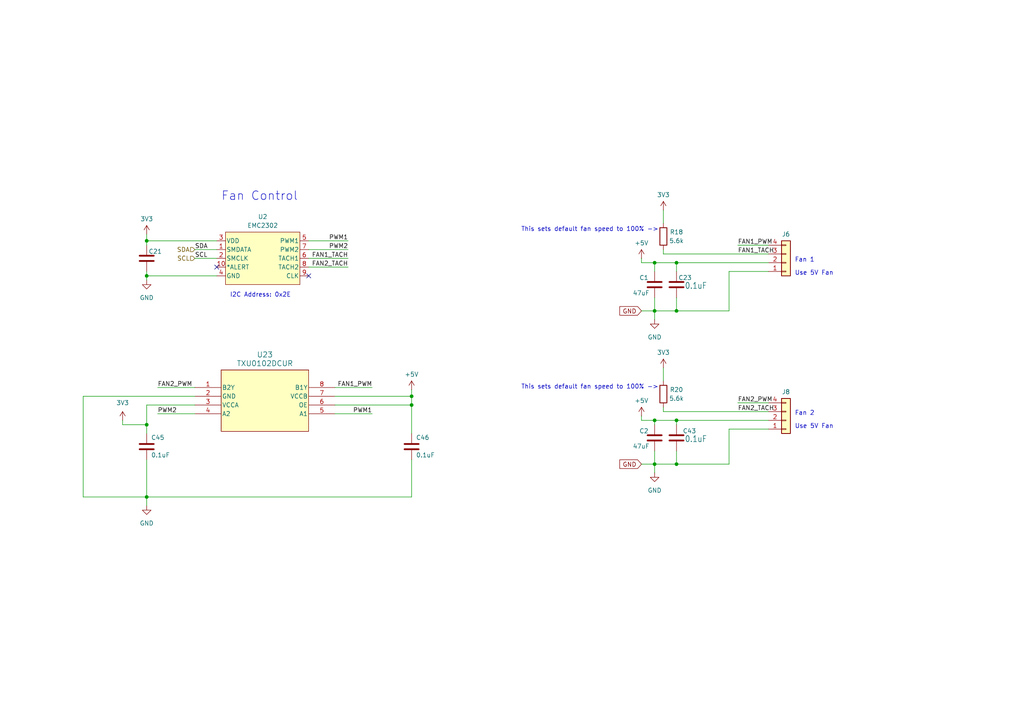
<source format=kicad_sch>
(kicad_sch (version 20231120) (generator "eeschema") (generator_version "8.0")
  (paper "A4")
  (title_block (title "BitForgeNano") (date "2024-06-21") (rev "1.0") (comment 1 "Licensed under CERN-OHL-W version 2"))
  (lib_symbols
    (symbol "+3V3_1" (power) (pin_numbers hide) (pin_names (offset 0) hide)
      (property "Value" "+3V3" (at 0 3.556 0))
      (symbol "+3V3_1_0_1"
        (polyline (pts (xy -0.762 1.27) (xy 0 2.54)))
        (polyline (pts (xy 0 0) (xy 0 2.54)))
        (polyline (pts (xy 0 2.54) (xy 0.762 1.27)))
      )
      (symbol "+3V3_1_1_1"
        (pin power_in line (at 0 0 90) (length 0) (name "~") (number "1"))
      )
    )
    (symbol "+5V_1" (power) (pin_numbers hide) (pin_names (offset 0) hide)
      (property "Value" "+5V" (at 0 3.556 0))
      (symbol "+5V_1_0_1"
        (polyline (pts (xy -0.762 1.27) (xy 0 2.54)))
        (polyline (pts (xy 0 0) (xy 0 2.54)))
        (polyline (pts (xy 0 2.54) (xy 0.762 1.27)))
      )
      (symbol "+5V_1_1_1"
        (pin power_in line (at 0 0 90) (length 0) (name "~") (number "1"))
      )
    )
    (symbol "BitForgeNano:C" (pin_numbers hide) (pin_names (offset 0.254))
      (property "Reference" "C" (at 0.635 2.54 0))
      (property "Value" "C" (at 0.635 -2.54 0))
      (symbol "C_0_1"
        (polyline (pts (xy -2.032 -0.762) (xy 2.032 -0.762)) (stroke (width 0.508)))
        (polyline (pts (xy -2.032 0.762) (xy 2.032 0.762)) (stroke (width 0.508)))
      )
      (symbol "C_1_1"
        (pin passive line (at 0 3.81 270) (length 2.794) (name "~") (number "1"))
        (pin passive line (at 0 -3.81 90) (length 2.794) (name "~") (number "2"))
      )
    )
    (symbol "BitForgeNano:Conn_01x04" (pin_names (offset 1.016) hide)
      (property "Reference" "J" (at 0 5.08 0))
      (property "Value" "Conn_01x04" (at 0 -7.62 0))
      (symbol "Conn_01x04_1_1"
        (rectangle (start -1.27 -4.953) (end 0 -5.207) (stroke (width 0.1524)))
        (rectangle (start -1.27 -2.413) (end 0 -2.667) (stroke (width 0.1524)))
        (rectangle (start -1.27 0.127) (end 0 -0.127) (stroke (width 0.1524)))
        (rectangle (start -1.27 2.667) (end 0 2.413) (stroke (width 0.1524)))
        (rectangle (start -1.27 3.81) (end 1.27 -6.35) (stroke (width 0.254)) (fill (type background)))
        (pin passive line (at -5.08 2.54 0) (length 3.81) (name "Pin_1") (number "1"))
        (pin passive line (at -5.08 0 0) (length 3.81) (name "Pin_2") (number "2"))
        (pin passive line (at -5.08 -2.54 0) (length 3.81) (name "Pin_3") (number "3"))
        (pin passive line (at -5.08 -5.08 0) (length 3.81) (name "Pin_4") (number "4"))
      )
    )
    (symbol "BitForgeNano:EMC2302-2-AIZL-TR" (pin_names (offset 0.254))
      (property "Reference" "U" (at -8.89 8.89 0))
      (property "Value" "EMC2302-2-AIZL-TR" (at 7.62 -8.89 0))
      (symbol "EMC2302-2-AIZL-TR_0_1"
        (pin bidirectional line (at -11.43 2.54 0) (length 2.54) (name "SMDATA") (number "1"))
        (pin output line (at -11.43 -2.54 0) (length 2.54) (name "*ALERT") (number "10"))
        (pin input line (at -11.43 0 0) (length 2.54) (name "SMCLK") (number "2"))
        (pin power_in line (at -11.43 5.08 0) (length 2.54) (name "VDD") (number "3"))
        (pin power_in line (at -11.43 -5.08 0) (length 2.54) (name "GND") (number "4"))
        (pin output line (at 15.24 5.08 180) (length 2.54) (name "PWM1") (number "5"))
        (pin input line (at 15.24 0 180) (length 2.54) (name "TACH1") (number "6"))
        (pin output line (at 15.24 2.54 180) (length 2.54) (name "PWM2") (number "7"))
        (pin input line (at 15.24 -2.54 180) (length 2.54) (name "TACH2") (number "8"))
        (pin bidirectional line (at 15.24 -5.08 180) (length 2.54) (name "CLK") (number "9"))
      )
      (symbol "EMC2302-2-AIZL-TR_1_1"
        (rectangle (start -8.89 7.62) (end 12.7 -7.62) (fill (type background)))
      )
    )
    (symbol "BitForgeNano:GND" (power) (pin_numbers hide) (pin_names (offset 0) hide)
      (property "Value" "GND" (at 0 -3.81 0))
      (symbol "GND_0_1"
        (polyline (pts (xy 0 0) (xy 0 -1.27) (xy 1.27 -1.27) (xy 0 -2.54) (xy -1.27 -1.27) (xy 0 -1.27)))
      )
      (symbol "GND_1_1"
        (pin power_in line (at 0 0 270) (length 0) (name "~") (number "1"))
      )
    )
    (symbol "BitForgeNano:R" (pin_numbers hide) (pin_names (offset 0))
      (property "Reference" "R" (at 2.032 0 90))
      (property "Value" "R" (at 0 0 90))
      (symbol "R_0_1"
        (rectangle (start -1.016 -2.54) (end 1.016 2.54) (stroke (width 0.254)))
      )
      (symbol "R_1_1"
        (pin passive line (at 0 3.81 270) (length 1.27) (name "~") (number "1"))
        (pin passive line (at 0 -3.81 90) (length 1.27) (name "~") (number "2"))
      )
    )
    (symbol "BitForgeNano:TXU0102DCUR" (pin_names (offset 0.254))
      (property "Reference" "U23" (at 20.32 9.525 0))
      (property "Value" "TXU0102DCUR" (at 20.32 6.985 0))
      (symbol "TXU0102DCUR_0_1"
        (polyline (pts (xy 7.62 -12.7) (xy 33.02 -12.7)) (stroke (width 0.127)))
        (polyline (pts (xy 7.62 5.08) (xy 7.62 -12.7)) (stroke (width 0.127)))
        (polyline (pts (xy 33.02 5.08) (xy 7.62 5.08)) (stroke (width 0.127)))
        (pin output line (at 0 0 0) (length 7.62) (name "B2Y") (number "1"))
        (pin power_out line (at 0 -2.54 0) (length 7.62) (name "GND") (number "2"))
        (pin power_in line (at 0 -5.08 0) (length 7.62) (name "VCCA") (number "3"))
        (pin input line (at 0 -7.62 0) (length 7.62) (name "A2") (number "4"))
        (pin input line (at 40.64 -7.62 180) (length 7.62) (name "A1") (number "5"))
        (pin input line (at 40.64 -5.08 180) (length 7.62) (name "OE") (number "6"))
        (pin power_in line (at 40.64 -2.54 180) (length 7.62) (name "VCCB") (number "7"))
        (pin output line (at 40.64 0 180) (length 7.62) (name "B1Y") (number "8"))
      )
      (symbol "TXU0102DCUR_1_1"
        (rectangle (start 7.62 5.08) (end 33.02 -12.7) (fill (type background)))
      )
    )
  )
  (junction (at 119.38 114.935))
  (junction (at 189.865 134.62))
  (junction (at 42.545 123.19))
  (junction (at 119.38 117.475))
  (junction (at 189.865 90.17))
  (junction (at 42.545 144.145))
  (junction (at 196.215 90.17))
  (junction (at 189.865 76.2))
  (junction (at 42.545 69.85))
  (junction (at 196.215 121.92))
  (junction (at 196.215 76.2))
  (junction (at 196.215 134.62))
  (junction (at 189.865 121.92))
  (junction (at 42.545 80.01))
  (no_connect (at 62.865 77.47))
  (no_connect (at 89.535 80.01))
  (wire (pts (xy 42.545 69.85) (xy 42.545 71.12)))
  (wire (pts (xy 186.055 121.92) (xy 189.865 121.92)))
  (wire (pts (xy 213.995 71.12) (xy 222.885 71.12)))
  (wire (pts (xy 211.455 124.46) (xy 211.455 134.62)))
  (wire (pts (xy 56.515 72.39) (xy 62.865 72.39)))
  (wire (pts (xy 192.405 119.38) (xy 222.885 119.38)))
  (wire (pts (xy 45.72 112.395) (xy 56.515 112.395)))
  (wire (pts (xy 196.215 76.2) (xy 196.215 78.74)))
  (wire (pts (xy 189.865 134.62) (xy 189.865 137.16)))
  (wire (pts (xy 196.215 130.81) (xy 196.215 134.62)))
  (wire (pts (xy 189.865 86.36) (xy 189.865 90.17)))
  (wire (pts (xy 42.545 78.74) (xy 42.545 80.01)))
  (wire (pts (xy 89.535 69.85) (xy 100.965 69.85)))
  (wire (pts (xy 56.515 74.93) (xy 62.865 74.93)))
  (wire (pts (xy 189.865 76.2) (xy 196.215 76.2)))
  (wire (pts (xy 211.455 124.46) (xy 222.885 124.46)))
  (wire (pts (xy 35.56 123.19) (xy 42.545 123.19)))
  (wire (pts (xy 189.865 90.17) (xy 196.215 90.17)))
  (wire (pts (xy 213.995 116.84) (xy 222.885 116.84)))
  (wire (pts (xy 186.055 134.62) (xy 189.865 134.62)))
  (wire (pts (xy 56.515 117.475) (xy 42.545 117.475)))
  (wire (pts (xy 42.545 117.475) (xy 42.545 123.19)))
  (wire (pts (xy 192.405 118.11) (xy 192.405 119.38)))
  (wire (pts (xy 196.215 86.36) (xy 196.215 90.17)))
  (wire (pts (xy 97.155 114.935) (xy 119.38 114.935)))
  (wire (pts (xy 189.865 121.92) (xy 196.215 121.92)))
  (wire (pts (xy 186.055 76.2) (xy 189.865 76.2)))
  (wire (pts (xy 42.545 80.01) (xy 42.545 81.28)))
  (wire (pts (xy 89.535 72.39) (xy 100.965 72.39)))
  (wire (pts (xy 42.545 133.35) (xy 42.545 144.145)))
  (wire (pts (xy 97.155 112.395) (xy 107.95 112.395)))
  (wire (pts (xy 119.38 133.35) (xy 119.38 144.145)))
  (wire (pts (xy 56.515 114.935) (xy 24.13 114.935)))
  (wire (pts (xy 42.545 123.19) (xy 42.545 125.73)))
  (wire (pts (xy 196.215 134.62) (xy 211.455 134.62)))
  (wire (pts (xy 192.405 110.49) (xy 192.405 106.68)))
  (wire (pts (xy 97.155 117.475) (xy 119.38 117.475)))
  (wire (pts (xy 189.865 121.92) (xy 189.865 123.19)))
  (wire (pts (xy 189.865 90.17) (xy 189.865 92.71)))
  (wire (pts (xy 186.055 90.17) (xy 189.865 90.17)))
  (wire (pts (xy 35.56 121.92) (xy 35.56 123.19)))
  (wire (pts (xy 119.38 117.475) (xy 119.38 125.73)))
  (wire (pts (xy 42.545 144.145) (xy 42.545 146.685)))
  (wire (pts (xy 119.38 113.03) (xy 119.38 114.935)))
  (wire (pts (xy 196.215 76.2) (xy 222.885 76.2)))
  (wire (pts (xy 97.155 120.015) (xy 107.95 120.015)))
  (wire (pts (xy 186.055 121.92) (xy 186.055 120.65)))
  (wire (pts (xy 24.13 114.935) (xy 24.13 144.145)))
  (wire (pts (xy 189.865 76.2) (xy 189.865 78.74)))
  (wire (pts (xy 42.545 69.85) (xy 62.865 69.85)))
  (wire (pts (xy 196.215 90.17) (xy 211.455 90.17)))
  (wire (pts (xy 119.38 144.145) (xy 42.545 144.145)))
  (wire (pts (xy 186.055 76.2) (xy 186.055 74.93)))
  (wire (pts (xy 211.455 78.74) (xy 211.455 90.17)))
  (wire (pts (xy 196.215 121.92) (xy 196.215 123.19)))
  (wire (pts (xy 42.545 67.945) (xy 42.545 69.85)))
  (wire (pts (xy 189.865 130.81) (xy 189.865 134.62)))
  (wire (pts (xy 89.535 74.93) (xy 100.965 74.93)))
  (wire (pts (xy 42.545 80.01) (xy 62.865 80.01)))
  (wire (pts (xy 196.215 121.92) (xy 222.885 121.92)))
  (wire (pts (xy 192.405 72.39) (xy 192.405 73.66)))
  (wire (pts (xy 45.72 120.015) (xy 56.515 120.015)))
  (wire (pts (xy 192.405 73.66) (xy 222.885 73.66)))
  (wire (pts (xy 89.535 77.47) (xy 100.965 77.47)))
  (wire (pts (xy 192.405 64.77) (xy 192.405 60.96)))
  (wire (pts (xy 42.545 144.145) (xy 24.13 144.145)))
  (wire (pts (xy 211.455 78.74) (xy 222.885 78.74)))
  (wire (pts (xy 189.865 134.62) (xy 196.215 134.62)))
  (wire (pts (xy 119.38 114.935) (xy 119.38 117.475)))
  (text "Fan 1" (at 230.505 76.2 0) (effects (font (size 1.27 1.27)) (justify left bottom)))
  (text "This sets default fan speed to 100% ->" (at 151.13 113.03 0) (effects (font (size 1.27 1.27)) (justify left bottom)))
  (text "This sets default fan speed to 100% ->" (at 151.13 67.31 0) (effects (font (size 1.27 1.27)) (justify left bottom)))
  (text "I2C Address: 0x2E" (at 66.675 86.36 0) (effects (font (size 1.27 1.27)) (justify left bottom)))
  (text "Use 5V Fan" (at 230.505 80.01 0) (effects (font (size 1.27 1.27)) (justify left bottom)))
  (text "Fan 2" (at 230.505 120.65 0) (effects (font (size 1.27 1.27)) (justify left bottom)))
  (text "Fan Control" (at 64.135 58.42 0) (effects (font (size 2.5 2.5)) (justify left bottom)))
  (text "Use 5V Fan" (at 230.505 124.46 0) (effects (font (size 1.27 1.27)) (justify left bottom)))
  (label "SDA" (at 56.515 72.39 0))
  (label "FAN1_PWM" (at 107.95 112.395 180))
  (label "FAN2_PWM" (at 213.995 116.84 0))
  (label "PWM2" (at 45.72 120.015 0))
  (label "FAN1_TACH" (at 100.965 74.93 180))
  (label "FAN2_TACH" (at 100.965 77.47 180))
  (label "SCL" (at 56.515 74.93 0))
  (label "FAN1_TACH" (at 213.995 73.66 0))
  (label "PWM1" (at 107.95 120.015 180))
  (label "PWM2" (at 100.965 72.39 180))
  (label "FAN2_TACH" (at 213.995 119.38 0))
  (label "FAN1_PWM" (at 213.995 71.12 0))
  (label "PWM1" (at 100.965 69.85 180))
  (label "FAN2_PWM" (at 45.72 112.395 0))
  (global_label "GND" (shape input) (at 186.055 90.17 180) (property "Intersheetrefs" "${INTERSHEET_REFS}" (effects (hide yes))))
  (global_label "GND" (shape input) (at 186.055 134.62 180) (property "Intersheetrefs" "${INTERSHEET_REFS}" (effects (hide yes))))
  (hierarchical_label "SDA" (shape input) (at 56.515 72.39 180))
  (hierarchical_label "SCL" (shape input) (at 56.515 74.93 180))
  (symbol (lib_id "BitForgeNano:C") (at 189.865 82.55 0) (unit 1)
    (property "Reference" "C1" (at 185.42 81.28 0) (effects (justify left bottom)))
    (property "Value" "47uF" (at 183.515 85.725 0) (effects (justify left bottom)))
    (property "Footprint" "BitForgeNano:C_1210_3225Metric" (effects (hide yes)))
    (property "Description" "CL32A476KOJNNNE" (effects (hide yes)))
    (property "DK" "1276-3376-1-ND" (effects (hide yes)))
    (property "PARTNO" "CL32A476KOJNNNE" (effects (hide yes)))
  )
  (symbol (lib_id "BitForgeNano:TXU0102DCUR") (at 56.515 112.395 0) (unit 1)
    (property "Reference" "U23" (at 76.835 102.87 0) (effects (font (size 1.524 1.524))))
    (property "Value" "TXU0102DCUR" (at 76.835 105.41 0) (effects (font (size 1.524 1.524))))
    (property "Footprint" "BitForgeNano:VSSOP-8_2.3x2mm_P0.5mm" (effects (hide yes)))
    (property "Datasheet" "TXU0102DCUR" (effects (hide yes)))
    (property "Description" "TXU0102DCUR" (effects (hide yes)))
    (property "DK" "296-TXU0102DCURCT-ND" (effects (hide yes)))
  )
  (symbol (lib_id "BitForgeNano:R") (at 192.405 114.3 180) (unit 1)
    (property "Reference" "R20" (at 196.215 113.03 0))
    (property "Value" "5.6k" (at 196.215 115.57 0))
    (property "Footprint" "BitForgeNano:R_0402_1005Metric" (effects (hide yes)))
    (property "Description" "RC0402FR-135K6L" (effects (hide yes)))
    (property "DK" "13-RC0402FR-135K6LCT-ND" (effects (hide yes)))
    (property "PARTNO" "RC0402FR-135K6L" (effects (hide yes)))
  )
  (symbol (lib_name "+5V_1") (lib_id "power:+5V") (at 186.055 74.93 0) (unit 1)
    (property "Reference" "#PWR034" (effects (hide yes)))
    (property "Value" "+5V" (at 186.055 70.485 0))
    (property "Description" "Power symbol creates a global label with name \"+5V\"" (effects (hide yes)))
  )
  (symbol (lib_id "BitForgeNano:C") (at 196.215 82.55 0) (mirror y) (unit 1)
    (property "Reference" "C23" (at 200.66 81.28 0) (effects (justify left bottom)))
    (property "Value" "0.1uF" (at 205.105 83.82 0) (effects (font (size 1.778 1.5113)) (justify left bottom)))
    (property "Footprint" "BitForgeNano:C_0402_1005Metric" (effects (hide yes)))
    (property "Description" "0402X104K100CT" (effects (hide yes)))
    (property "DK" "1292-1639-1-ND" (effects (hide yes)))
    (property "PARTNO" "KGM05AR71C104KH" (effects (hide yes)))
  )
  (symbol (lib_id "BitForgeNano:GND") (at 42.545 146.685 0) (unit 1)
    (property "Reference" "#PWR043" (effects (hide yes)))
    (property "Value" "GND" (at 42.545 151.765 0))
    (property "Description" "Power symbol creates a global label with name \"GND\" , ground" (effects (hide yes)))
  )
  (symbol (lib_name "+5V_1") (lib_id "power:+5V") (at 119.38 113.03 0) (unit 1)
    (property "Reference" "#PWR040" (effects (hide yes)))
    (property "Value" "+5V" (at 119.38 108.585 0))
    (property "Description" "Power symbol creates a global label with name \"+5V\"" (effects (hide yes)))
  )
  (symbol (lib_id "BitForgeNano:C") (at 119.38 129.54 0) (unit 1)
    (property "Reference" "C46" (at 120.65 127.635 0) (effects (justify left bottom)))
    (property "Value" "0.1uF" (at 120.65 132.715 0) (effects (justify left bottom)))
    (property "Footprint" "BitForgeNano:C_0402_1005Metric" (effects (hide yes)))
    (property "Description" "0402X104K100CT" (effects (hide yes)))
    (property "DK" "1292-1639-1-ND" (effects (hide yes)))
    (property "PARTNO" "0402X104K100CT" (effects (hide yes)))
  )
  (symbol (lib_id "BitForgeNano:GND") (at 189.865 137.16 0) (unit 1)
    (property "Reference" "#PWR042" (effects (hide yes)))
    (property "Value" "GND" (at 189.865 142.24 0))
    (property "Description" "Power symbol creates a global label with name \"GND\" , ground" (effects (hide yes)))
  )
  (symbol (lib_id "BitForgeNano:R") (at 192.405 68.58 180) (unit 1)
    (property "Reference" "R18" (at 196.215 67.31 0))
    (property "Value" "5.6k" (at 196.215 69.85 0))
    (property "Footprint" "BitForgeNano:R_0402_1005Metric" (effects (hide yes)))
    (property "Description" "RC0402FR-135K6L" (effects (hide yes)))
    (property "DK" "13-RC0402FR-135K6LCT-ND" (effects (hide yes)))
    (property "PARTNO" "RC0402FR-135K6L" (effects (hide yes)))
  )
  (symbol (lib_name "+3V3_1") (lib_id "BitForgeNano:+3V3_1") (at 192.405 106.68 0) (unit 1)
    (property "Reference" "#PWR037" (effects (hide yes)))
    (property "Value" "3V3" (at 192.405 102.235 0))
    (property "Description" "Power symbol creates a global label with name \"+3V3\"" (effects (hide yes)))
  )
  (symbol (lib_name "+5V_1") (lib_id "power:+5V") (at 186.055 120.65 0) (unit 1)
    (property "Reference" "#PWR035" (effects (hide yes)))
    (property "Value" "+5V" (at 186.055 116.205 0))
    (property "Description" "Power symbol creates a global label with name \"+5V\"" (effects (hide yes)))
  )
  (symbol (lib_id "BitForgeNano:GND") (at 42.545 81.28 0) (unit 1)
    (property "Reference" "#PWR044" (effects (hide yes)))
    (property "Value" "GND" (at 42.545 86.36 0))
    (property "Description" "Power symbol creates a global label with name \"GND\" , ground" (effects (hide yes)))
  )
  (symbol (lib_id "BitForgeNano:Conn_01x04") (at 227.965 121.92 0) (mirror x) (unit 1)
    (property "Reference" "J8" (at 227.965 113.665 0))
    (property "Value" "Conn_01x04" (effects (hide yes)))
    (property "Footprint" "BitForgeNano:470531000" (effects (hide yes)))
    (property "Description" "0470531000" (effects (hide yes)))
    (property "PARTNO" "0470531000" (effects (hide yes)))
    (property "DK" "WM4330-ND" (effects (hide yes)))
  )
  (symbol (lib_name "+3V3_1") (lib_id "BitForgeNano:+3V3_1") (at 35.56 121.92 0) (unit 1)
    (property "Reference" "#PWR038" (effects (hide yes)))
    (property "Value" "3V3" (at 35.56 116.84 0))
    (property "Description" "Power symbol creates a global label with name \"+3V3\"" (effects (hide yes)))
  )
  (symbol (lib_name "+3V3_1") (lib_id "BitForgeNano:+3V3_1") (at 192.405 60.96 0) (unit 1)
    (property "Reference" "#PWR036" (effects (hide yes)))
    (property "Value" "3V3" (at 192.405 56.515 0))
    (property "Description" "Power symbol creates a global label with name \"+3V3\"" (effects (hide yes)))
  )
  (symbol (lib_id "BitForgeNano:GND") (at 189.865 92.71 0) (unit 1)
    (property "Reference" "#PWR041" (effects (hide yes)))
    (property "Value" "GND" (at 189.865 97.79 0))
    (property "Description" "Power symbol creates a global label with name \"GND\" , ground" (effects (hide yes)))
  )
  (symbol (lib_id "BitForgeNano:EMC2302-2-AIZL-TR") (at 74.295 74.93 0) (unit 1)
    (property "Reference" "U2" (at 76.2 62.865 0))
    (property "Value" "EMC2302" (at 76.2 65.405 0))
    (property "Footprint" "BitForgeNano:MSOP-10_3x3mm_P0.5mm" (effects (hide yes)))
    (property "Datasheet" "https://ww1.microchip.com/downloads/aemDocuments/documents/MSLD/ProductDocuments/DataSheets/EMC2301-2-3-5-Data-Sheet-DS20006532A.pdf" (effects (hide yes)))
    (property "Description" "EMC2302-2-AIZL-TR" (effects (hide yes)))
    (property "DK" "EMC2302-2-AIZL-CT-ND" (effects (hide yes)))
    (property "PARTNO" "EMC2302-2-AIZL-TR" (effects (hide yes)))
  )
  (symbol (lib_name "+3V3_1") (lib_id "BitForgeNano:+3V3_1") (at 42.545 67.945 0) (unit 1)
    (property "Reference" "#PWR039" (effects (hide yes)))
    (property "Value" "3V3" (at 42.545 63.5 0))
    (property "Description" "Power symbol creates a global label with name \"+3V3\"" (effects (hide yes)))
  )
  (symbol (lib_id "BitForgeNano:C") (at 189.865 127 0) (unit 1)
    (property "Reference" "C2" (at 185.42 125.73 0) (effects (justify left bottom)))
    (property "Value" "47uF" (at 183.515 130.175 0) (effects (justify left bottom)))
    (property "Footprint" "BitForgeNano:C_1210_3225Metric" (effects (hide yes)))
    (property "Description" "CL32A476KOJNNNE" (effects (hide yes)))
    (property "DK" "1276-3376-1-ND" (effects (hide yes)))
    (property "PARTNO" "CL32A476KOJNNNE" (effects (hide yes)))
  )
  (symbol (lib_id "BitForgeNano:Conn_01x04") (at 227.965 76.2 0) (mirror x) (unit 1)
    (property "Reference" "J6" (at 227.965 67.945 0))
    (property "Value" "Conn_01x04" (effects (hide yes)))
    (property "Footprint" "BitForgeNano:470531000" (effects (hide yes)))
    (property "Description" "0470531000" (effects (hide yes)))
    (property "PARTNO" "0470531000" (effects (hide yes)))
    (property "DK" "WM4330-ND" (effects (hide yes)))
  )
  (symbol (lib_id "BitForgeNano:C") (at 42.545 129.54 0) (unit 1)
    (property "Reference" "C45" (at 43.815 127.635 0) (effects (justify left bottom)))
    (property "Value" "0.1uF" (at 43.815 132.715 0) (effects (justify left bottom)))
    (property "Footprint" "BitForgeNano:C_0402_1005Metric" (effects (hide yes)))
    (property "Description" "0402X104K100CT" (effects (hide yes)))
    (property "DK" "1292-1639-1-ND" (effects (hide yes)))
    (property "PARTNO" "0402X104K100CT" (effects (hide yes)))
  )
  (symbol (lib_id "BitForgeNano:C") (at 196.215 127 0) (mirror y) (unit 1)
    (property "Reference" "C43" (at 201.93 125.73 0) (effects (justify left bottom)))
    (property "Value" "0.1uF" (at 205.105 128.27 0) (effects (font (size 1.778 1.5113)) (justify left bottom)))
    (property "Footprint" "BitForgeNano:C_0402_1005Metric" (effects (hide yes)))
    (property "Description" "0402X104K100CT" (effects (hide yes)))
    (property "DK" "1292-1639-1-ND" (effects (hide yes)))
    (property "PARTNO" "KGM05AR71C104KH" (effects (hide yes)))
  )
  (symbol (lib_id "BitForgeNano:C") (at 42.545 74.93 0) (mirror y) (unit 1)
    (property "Reference" "C21" (at 46.99 73.66 0) (effects (justify left bottom)))
    (property "Value" "0.1uF" (effects (hide yes)))
    (property "Footprint" "BitForgeNano:C_0402_1005Metric" (effects (hide yes)))
    (property "Description" "0402X104K100CT" (effects (hide yes)))
    (property "DK" "1292-1639-1-ND" (effects (hide yes)))
    (property "PARTNO" "KGM05AR71C104KH" (effects (hide yes)))
  )
)
</source>
